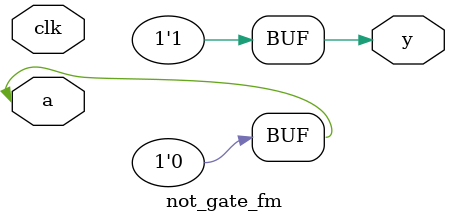
<source format=v>
module not_gate_fm(clk,a,y);
    input clk;
    input a;
    output y;

    assign a = 1'b0;
    assign y = ~a;
endmodule
</source>
